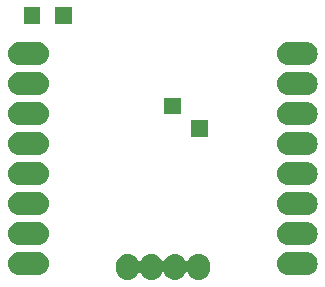
<source format=gbs>
G04 #@! TF.GenerationSoftware,KiCad,Pcbnew,(5.1.2)-1*
G04 #@! TF.CreationDate,2022-10-09T20:42:29+09:00*
G04 #@! TF.ProjectId,ble5,626c6535-2e6b-4696-9361-645f70636258,v2.1*
G04 #@! TF.SameCoordinates,Original*
G04 #@! TF.FileFunction,Soldermask,Bot*
G04 #@! TF.FilePolarity,Negative*
%FSLAX46Y46*%
G04 Gerber Fmt 4.6, Leading zero omitted, Abs format (unit mm)*
G04 Created by KiCad (PCBNEW (5.1.2)-1) date 2022-10-09 20:42:29*
%MOMM*%
%LPD*%
G04 APERTURE LIST*
%ADD10C,0.050000*%
G04 APERTURE END LIST*
D10*
G36*
X128888583Y-61413919D02*
G01*
X129069925Y-61468929D01*
X129237043Y-61558256D01*
X129383528Y-61678472D01*
X129503744Y-61824957D01*
X129593071Y-61992076D01*
X129648081Y-62173418D01*
X129662000Y-62314744D01*
X129662000Y-62685257D01*
X129648081Y-62826583D01*
X129593071Y-63007925D01*
X129503744Y-63175043D01*
X129383528Y-63321528D01*
X129237043Y-63441744D01*
X129069924Y-63531071D01*
X128888582Y-63586081D01*
X128700000Y-63604654D01*
X128511417Y-63586081D01*
X128330075Y-63531071D01*
X128162957Y-63441744D01*
X128016472Y-63321528D01*
X127896256Y-63175043D01*
X127810239Y-63014117D01*
X127796626Y-62993742D01*
X127779299Y-62976415D01*
X127758924Y-62962802D01*
X127736285Y-62953424D01*
X127712252Y-62948644D01*
X127687748Y-62948644D01*
X127663715Y-62953424D01*
X127641076Y-62962802D01*
X127620701Y-62976415D01*
X127603374Y-62993742D01*
X127589761Y-63014117D01*
X127503744Y-63175043D01*
X127383528Y-63321528D01*
X127237043Y-63441744D01*
X127069924Y-63531071D01*
X126888582Y-63586081D01*
X126700000Y-63604654D01*
X126511417Y-63586081D01*
X126330075Y-63531071D01*
X126162957Y-63441744D01*
X126016472Y-63321528D01*
X125896256Y-63175043D01*
X125810239Y-63014117D01*
X125796626Y-62993742D01*
X125779299Y-62976415D01*
X125758924Y-62962802D01*
X125736285Y-62953424D01*
X125712252Y-62948644D01*
X125687748Y-62948644D01*
X125663715Y-62953424D01*
X125641076Y-62962802D01*
X125620701Y-62976415D01*
X125603374Y-62993742D01*
X125589761Y-63014117D01*
X125503744Y-63175043D01*
X125383528Y-63321528D01*
X125237043Y-63441744D01*
X125069924Y-63531071D01*
X124888582Y-63586081D01*
X124700000Y-63604654D01*
X124511417Y-63586081D01*
X124330075Y-63531071D01*
X124162957Y-63441744D01*
X124016472Y-63321528D01*
X123896256Y-63175043D01*
X123810239Y-63014117D01*
X123796626Y-62993742D01*
X123779299Y-62976415D01*
X123758924Y-62962802D01*
X123736285Y-62953424D01*
X123712252Y-62948644D01*
X123687748Y-62948644D01*
X123663715Y-62953424D01*
X123641076Y-62962802D01*
X123620701Y-62976415D01*
X123603374Y-62993742D01*
X123589761Y-63014117D01*
X123503744Y-63175043D01*
X123383528Y-63321528D01*
X123237043Y-63441744D01*
X123069924Y-63531071D01*
X122888582Y-63586081D01*
X122700000Y-63604654D01*
X122511417Y-63586081D01*
X122330075Y-63531071D01*
X122162957Y-63441744D01*
X122016472Y-63321528D01*
X121896256Y-63175043D01*
X121806929Y-63007924D01*
X121751919Y-62826582D01*
X121738000Y-62685256D01*
X121738000Y-62314743D01*
X121751919Y-62173417D01*
X121806929Y-61992075D01*
X121896256Y-61824957D01*
X121917814Y-61798689D01*
X122016473Y-61678472D01*
X122162957Y-61558257D01*
X122162956Y-61558257D01*
X122162958Y-61558256D01*
X122330076Y-61468929D01*
X122511418Y-61413919D01*
X122700000Y-61395346D01*
X122888583Y-61413919D01*
X123069925Y-61468929D01*
X123237043Y-61558256D01*
X123383528Y-61678472D01*
X123503744Y-61824957D01*
X123589761Y-61985883D01*
X123603374Y-62006258D01*
X123620701Y-62023585D01*
X123641076Y-62037198D01*
X123663715Y-62046576D01*
X123687748Y-62051356D01*
X123712252Y-62051356D01*
X123736285Y-62046576D01*
X123758924Y-62037198D01*
X123779299Y-62023585D01*
X123796626Y-62006258D01*
X123810239Y-61985883D01*
X123896256Y-61824957D01*
X123917814Y-61798689D01*
X124016473Y-61678472D01*
X124162957Y-61558257D01*
X124162956Y-61558257D01*
X124162958Y-61558256D01*
X124330076Y-61468929D01*
X124511418Y-61413919D01*
X124700000Y-61395346D01*
X124888583Y-61413919D01*
X125069925Y-61468929D01*
X125237043Y-61558256D01*
X125383528Y-61678472D01*
X125503744Y-61824957D01*
X125589761Y-61985883D01*
X125603374Y-62006258D01*
X125620701Y-62023585D01*
X125641076Y-62037198D01*
X125663715Y-62046576D01*
X125687748Y-62051356D01*
X125712252Y-62051356D01*
X125736285Y-62046576D01*
X125758924Y-62037198D01*
X125779299Y-62023585D01*
X125796626Y-62006258D01*
X125810239Y-61985883D01*
X125896256Y-61824957D01*
X125917814Y-61798689D01*
X126016473Y-61678472D01*
X126162957Y-61558257D01*
X126162956Y-61558257D01*
X126162958Y-61558256D01*
X126330076Y-61468929D01*
X126511418Y-61413919D01*
X126700000Y-61395346D01*
X126888583Y-61413919D01*
X127069925Y-61468929D01*
X127237043Y-61558256D01*
X127383528Y-61678472D01*
X127503744Y-61824957D01*
X127589761Y-61985883D01*
X127603374Y-62006258D01*
X127620701Y-62023585D01*
X127641076Y-62037198D01*
X127663715Y-62046576D01*
X127687748Y-62051356D01*
X127712252Y-62051356D01*
X127736285Y-62046576D01*
X127758924Y-62037198D01*
X127779299Y-62023585D01*
X127796626Y-62006258D01*
X127810239Y-61985883D01*
X127896256Y-61824957D01*
X127917814Y-61798689D01*
X128016473Y-61678472D01*
X128162957Y-61558257D01*
X128162956Y-61558257D01*
X128162958Y-61558256D01*
X128330076Y-61468929D01*
X128511418Y-61413919D01*
X128700000Y-61395346D01*
X128888583Y-61413919D01*
X128888583Y-61413919D01*
G37*
G36*
X138000583Y-61281919D02*
G01*
X138181925Y-61336929D01*
X138349043Y-61426256D01*
X138495528Y-61546472D01*
X138615744Y-61692957D01*
X138705071Y-61860075D01*
X138760081Y-62041417D01*
X138778654Y-62230000D01*
X138760081Y-62418583D01*
X138705071Y-62599925D01*
X138615744Y-62767043D01*
X138495528Y-62913528D01*
X138349043Y-63033744D01*
X138181925Y-63123071D01*
X138000583Y-63178081D01*
X137859257Y-63192000D01*
X136240743Y-63192000D01*
X136099417Y-63178081D01*
X135918075Y-63123071D01*
X135750957Y-63033744D01*
X135604472Y-62913528D01*
X135484256Y-62767043D01*
X135394929Y-62599925D01*
X135339919Y-62418583D01*
X135321346Y-62230000D01*
X135339919Y-62041417D01*
X135394929Y-61860075D01*
X135484256Y-61692957D01*
X135604472Y-61546472D01*
X135750957Y-61426256D01*
X135918075Y-61336929D01*
X136099417Y-61281919D01*
X136240743Y-61268000D01*
X137859257Y-61268000D01*
X138000583Y-61281919D01*
X138000583Y-61281919D01*
G37*
G36*
X115250583Y-61281919D02*
G01*
X115431925Y-61336929D01*
X115599043Y-61426256D01*
X115745528Y-61546472D01*
X115865744Y-61692957D01*
X115955071Y-61860075D01*
X116010081Y-62041417D01*
X116028654Y-62230000D01*
X116010081Y-62418583D01*
X115955071Y-62599925D01*
X115865744Y-62767043D01*
X115745528Y-62913528D01*
X115599043Y-63033744D01*
X115431925Y-63123071D01*
X115250583Y-63178081D01*
X115109257Y-63192000D01*
X113490743Y-63192000D01*
X113349417Y-63178081D01*
X113168075Y-63123071D01*
X113000957Y-63033744D01*
X112854472Y-62913528D01*
X112734256Y-62767043D01*
X112644929Y-62599925D01*
X112589919Y-62418583D01*
X112571346Y-62230000D01*
X112589919Y-62041417D01*
X112644929Y-61860075D01*
X112734256Y-61692957D01*
X112854472Y-61546472D01*
X113000957Y-61426256D01*
X113168075Y-61336929D01*
X113349417Y-61281919D01*
X113490743Y-61268000D01*
X115109257Y-61268000D01*
X115250583Y-61281919D01*
X115250583Y-61281919D01*
G37*
G36*
X138000583Y-58741919D02*
G01*
X138181925Y-58796929D01*
X138349043Y-58886256D01*
X138495528Y-59006472D01*
X138615744Y-59152957D01*
X138705071Y-59320075D01*
X138760081Y-59501417D01*
X138778654Y-59690000D01*
X138760081Y-59878583D01*
X138705071Y-60059925D01*
X138615744Y-60227043D01*
X138495528Y-60373528D01*
X138349043Y-60493744D01*
X138181925Y-60583071D01*
X138000583Y-60638081D01*
X137859257Y-60652000D01*
X136240743Y-60652000D01*
X136099417Y-60638081D01*
X135918075Y-60583071D01*
X135750957Y-60493744D01*
X135604472Y-60373528D01*
X135484256Y-60227043D01*
X135394929Y-60059925D01*
X135339919Y-59878583D01*
X135321346Y-59690000D01*
X135339919Y-59501417D01*
X135394929Y-59320075D01*
X135484256Y-59152957D01*
X135604472Y-59006472D01*
X135750957Y-58886256D01*
X135918075Y-58796929D01*
X136099417Y-58741919D01*
X136240743Y-58728000D01*
X137859257Y-58728000D01*
X138000583Y-58741919D01*
X138000583Y-58741919D01*
G37*
G36*
X115250583Y-58741919D02*
G01*
X115431925Y-58796929D01*
X115599043Y-58886256D01*
X115745528Y-59006472D01*
X115865744Y-59152957D01*
X115955071Y-59320075D01*
X116010081Y-59501417D01*
X116028654Y-59690000D01*
X116010081Y-59878583D01*
X115955071Y-60059925D01*
X115865744Y-60227043D01*
X115745528Y-60373528D01*
X115599043Y-60493744D01*
X115431925Y-60583071D01*
X115250583Y-60638081D01*
X115109257Y-60652000D01*
X113490743Y-60652000D01*
X113349417Y-60638081D01*
X113168075Y-60583071D01*
X113000957Y-60493744D01*
X112854472Y-60373528D01*
X112734256Y-60227043D01*
X112644929Y-60059925D01*
X112589919Y-59878583D01*
X112571346Y-59690000D01*
X112589919Y-59501417D01*
X112644929Y-59320075D01*
X112734256Y-59152957D01*
X112854472Y-59006472D01*
X113000957Y-58886256D01*
X113168075Y-58796929D01*
X113349417Y-58741919D01*
X113490743Y-58728000D01*
X115109257Y-58728000D01*
X115250583Y-58741919D01*
X115250583Y-58741919D01*
G37*
G36*
X138000583Y-56201919D02*
G01*
X138181925Y-56256929D01*
X138349043Y-56346256D01*
X138495528Y-56466472D01*
X138615744Y-56612957D01*
X138705071Y-56780075D01*
X138760081Y-56961417D01*
X138778654Y-57150000D01*
X138760081Y-57338583D01*
X138705071Y-57519925D01*
X138615744Y-57687043D01*
X138495528Y-57833528D01*
X138349043Y-57953744D01*
X138181925Y-58043071D01*
X138000583Y-58098081D01*
X137859257Y-58112000D01*
X136240743Y-58112000D01*
X136099417Y-58098081D01*
X135918075Y-58043071D01*
X135750957Y-57953744D01*
X135604472Y-57833528D01*
X135484256Y-57687043D01*
X135394929Y-57519925D01*
X135339919Y-57338583D01*
X135321346Y-57150000D01*
X135339919Y-56961417D01*
X135394929Y-56780075D01*
X135484256Y-56612957D01*
X135604472Y-56466472D01*
X135750957Y-56346256D01*
X135918075Y-56256929D01*
X136099417Y-56201919D01*
X136240743Y-56188000D01*
X137859257Y-56188000D01*
X138000583Y-56201919D01*
X138000583Y-56201919D01*
G37*
G36*
X115250583Y-56201919D02*
G01*
X115431925Y-56256929D01*
X115599043Y-56346256D01*
X115745528Y-56466472D01*
X115865744Y-56612957D01*
X115955071Y-56780075D01*
X116010081Y-56961417D01*
X116028654Y-57150000D01*
X116010081Y-57338583D01*
X115955071Y-57519925D01*
X115865744Y-57687043D01*
X115745528Y-57833528D01*
X115599043Y-57953744D01*
X115431925Y-58043071D01*
X115250583Y-58098081D01*
X115109257Y-58112000D01*
X113490743Y-58112000D01*
X113349417Y-58098081D01*
X113168075Y-58043071D01*
X113000957Y-57953744D01*
X112854472Y-57833528D01*
X112734256Y-57687043D01*
X112644929Y-57519925D01*
X112589919Y-57338583D01*
X112571346Y-57150000D01*
X112589919Y-56961417D01*
X112644929Y-56780075D01*
X112734256Y-56612957D01*
X112854472Y-56466472D01*
X113000957Y-56346256D01*
X113168075Y-56256929D01*
X113349417Y-56201919D01*
X113490743Y-56188000D01*
X115109257Y-56188000D01*
X115250583Y-56201919D01*
X115250583Y-56201919D01*
G37*
G36*
X115250583Y-53661919D02*
G01*
X115431925Y-53716929D01*
X115599043Y-53806256D01*
X115745528Y-53926472D01*
X115865744Y-54072957D01*
X115955071Y-54240075D01*
X116010081Y-54421417D01*
X116028654Y-54610000D01*
X116010081Y-54798583D01*
X115955071Y-54979925D01*
X115865744Y-55147043D01*
X115745528Y-55293528D01*
X115599043Y-55413744D01*
X115431925Y-55503071D01*
X115250583Y-55558081D01*
X115109257Y-55572000D01*
X113490743Y-55572000D01*
X113349417Y-55558081D01*
X113168075Y-55503071D01*
X113000957Y-55413744D01*
X112854472Y-55293528D01*
X112734256Y-55147043D01*
X112644929Y-54979925D01*
X112589919Y-54798583D01*
X112571346Y-54610000D01*
X112589919Y-54421417D01*
X112644929Y-54240075D01*
X112734256Y-54072957D01*
X112854472Y-53926472D01*
X113000957Y-53806256D01*
X113168075Y-53716929D01*
X113349417Y-53661919D01*
X113490743Y-53648000D01*
X115109257Y-53648000D01*
X115250583Y-53661919D01*
X115250583Y-53661919D01*
G37*
G36*
X138000583Y-53661919D02*
G01*
X138181925Y-53716929D01*
X138349043Y-53806256D01*
X138495528Y-53926472D01*
X138615744Y-54072957D01*
X138705071Y-54240075D01*
X138760081Y-54421417D01*
X138778654Y-54610000D01*
X138760081Y-54798583D01*
X138705071Y-54979925D01*
X138615744Y-55147043D01*
X138495528Y-55293528D01*
X138349043Y-55413744D01*
X138181925Y-55503071D01*
X138000583Y-55558081D01*
X137859257Y-55572000D01*
X136240743Y-55572000D01*
X136099417Y-55558081D01*
X135918075Y-55503071D01*
X135750957Y-55413744D01*
X135604472Y-55293528D01*
X135484256Y-55147043D01*
X135394929Y-54979925D01*
X135339919Y-54798583D01*
X135321346Y-54610000D01*
X135339919Y-54421417D01*
X135394929Y-54240075D01*
X135484256Y-54072957D01*
X135604472Y-53926472D01*
X135750957Y-53806256D01*
X135918075Y-53716929D01*
X136099417Y-53661919D01*
X136240743Y-53648000D01*
X137859257Y-53648000D01*
X138000583Y-53661919D01*
X138000583Y-53661919D01*
G37*
G36*
X138000583Y-51121919D02*
G01*
X138181925Y-51176929D01*
X138349043Y-51266256D01*
X138495528Y-51386472D01*
X138615744Y-51532957D01*
X138705071Y-51700075D01*
X138760081Y-51881417D01*
X138778654Y-52070000D01*
X138760081Y-52258583D01*
X138705071Y-52439925D01*
X138615744Y-52607043D01*
X138495528Y-52753528D01*
X138349043Y-52873744D01*
X138181925Y-52963071D01*
X138000583Y-53018081D01*
X137859257Y-53032000D01*
X136240743Y-53032000D01*
X136099417Y-53018081D01*
X135918075Y-52963071D01*
X135750957Y-52873744D01*
X135604472Y-52753528D01*
X135484256Y-52607043D01*
X135394929Y-52439925D01*
X135339919Y-52258583D01*
X135321346Y-52070000D01*
X135339919Y-51881417D01*
X135394929Y-51700075D01*
X135484256Y-51532957D01*
X135604472Y-51386472D01*
X135750957Y-51266256D01*
X135918075Y-51176929D01*
X136099417Y-51121919D01*
X136240743Y-51108000D01*
X137859257Y-51108000D01*
X138000583Y-51121919D01*
X138000583Y-51121919D01*
G37*
G36*
X115250583Y-51121919D02*
G01*
X115431925Y-51176929D01*
X115599043Y-51266256D01*
X115745528Y-51386472D01*
X115865744Y-51532957D01*
X115955071Y-51700075D01*
X116010081Y-51881417D01*
X116028654Y-52070000D01*
X116010081Y-52258583D01*
X115955071Y-52439925D01*
X115865744Y-52607043D01*
X115745528Y-52753528D01*
X115599043Y-52873744D01*
X115431925Y-52963071D01*
X115250583Y-53018081D01*
X115109257Y-53032000D01*
X113490743Y-53032000D01*
X113349417Y-53018081D01*
X113168075Y-52963071D01*
X113000957Y-52873744D01*
X112854472Y-52753528D01*
X112734256Y-52607043D01*
X112644929Y-52439925D01*
X112589919Y-52258583D01*
X112571346Y-52070000D01*
X112589919Y-51881417D01*
X112644929Y-51700075D01*
X112734256Y-51532957D01*
X112854472Y-51386472D01*
X113000957Y-51266256D01*
X113168075Y-51176929D01*
X113349417Y-51121919D01*
X113490743Y-51108000D01*
X115109257Y-51108000D01*
X115250583Y-51121919D01*
X115250583Y-51121919D01*
G37*
G36*
X129500000Y-51500000D02*
G01*
X128100000Y-51500000D01*
X128100000Y-50100000D01*
X129500000Y-50100000D01*
X129500000Y-51500000D01*
X129500000Y-51500000D01*
G37*
G36*
X115250583Y-48581919D02*
G01*
X115431925Y-48636929D01*
X115599043Y-48726256D01*
X115745528Y-48846472D01*
X115865744Y-48992957D01*
X115955071Y-49160075D01*
X116010081Y-49341417D01*
X116028654Y-49530000D01*
X116010081Y-49718583D01*
X115955071Y-49899925D01*
X115865744Y-50067043D01*
X115745528Y-50213528D01*
X115599043Y-50333744D01*
X115431925Y-50423071D01*
X115250583Y-50478081D01*
X115109257Y-50492000D01*
X113490743Y-50492000D01*
X113349417Y-50478081D01*
X113168075Y-50423071D01*
X113000957Y-50333744D01*
X112854472Y-50213528D01*
X112734256Y-50067043D01*
X112644929Y-49899925D01*
X112589919Y-49718583D01*
X112571346Y-49530000D01*
X112589919Y-49341417D01*
X112644929Y-49160075D01*
X112734256Y-48992957D01*
X112854472Y-48846472D01*
X113000957Y-48726256D01*
X113168075Y-48636929D01*
X113349417Y-48581919D01*
X113490743Y-48568000D01*
X115109257Y-48568000D01*
X115250583Y-48581919D01*
X115250583Y-48581919D01*
G37*
G36*
X138000583Y-48581919D02*
G01*
X138181925Y-48636929D01*
X138349043Y-48726256D01*
X138495528Y-48846472D01*
X138615744Y-48992957D01*
X138705071Y-49160075D01*
X138760081Y-49341417D01*
X138778654Y-49530000D01*
X138760081Y-49718583D01*
X138705071Y-49899925D01*
X138615744Y-50067043D01*
X138495528Y-50213528D01*
X138349043Y-50333744D01*
X138181925Y-50423071D01*
X138000583Y-50478081D01*
X137859257Y-50492000D01*
X136240743Y-50492000D01*
X136099417Y-50478081D01*
X135918075Y-50423071D01*
X135750957Y-50333744D01*
X135604472Y-50213528D01*
X135484256Y-50067043D01*
X135394929Y-49899925D01*
X135339919Y-49718583D01*
X135321346Y-49530000D01*
X135339919Y-49341417D01*
X135394929Y-49160075D01*
X135484256Y-48992957D01*
X135604472Y-48846472D01*
X135750957Y-48726256D01*
X135918075Y-48636929D01*
X136099417Y-48581919D01*
X136240743Y-48568000D01*
X137859257Y-48568000D01*
X138000583Y-48581919D01*
X138000583Y-48581919D01*
G37*
G36*
X127200000Y-49600000D02*
G01*
X125800000Y-49600000D01*
X125800000Y-48200000D01*
X127200000Y-48200000D01*
X127200000Y-49600000D01*
X127200000Y-49600000D01*
G37*
G36*
X138000583Y-46041919D02*
G01*
X138181925Y-46096929D01*
X138349043Y-46186256D01*
X138495528Y-46306472D01*
X138615744Y-46452957D01*
X138705071Y-46620075D01*
X138760081Y-46801417D01*
X138778654Y-46990000D01*
X138760081Y-47178583D01*
X138705071Y-47359925D01*
X138615744Y-47527043D01*
X138495528Y-47673528D01*
X138349043Y-47793744D01*
X138181925Y-47883071D01*
X138000583Y-47938081D01*
X137859257Y-47952000D01*
X136240743Y-47952000D01*
X136099417Y-47938081D01*
X135918075Y-47883071D01*
X135750957Y-47793744D01*
X135604472Y-47673528D01*
X135484256Y-47527043D01*
X135394929Y-47359925D01*
X135339919Y-47178583D01*
X135321346Y-46990000D01*
X135339919Y-46801417D01*
X135394929Y-46620075D01*
X135484256Y-46452957D01*
X135604472Y-46306472D01*
X135750957Y-46186256D01*
X135918075Y-46096929D01*
X136099417Y-46041919D01*
X136240743Y-46028000D01*
X137859257Y-46028000D01*
X138000583Y-46041919D01*
X138000583Y-46041919D01*
G37*
G36*
X115250583Y-46041919D02*
G01*
X115431925Y-46096929D01*
X115599043Y-46186256D01*
X115745528Y-46306472D01*
X115865744Y-46452957D01*
X115955071Y-46620075D01*
X116010081Y-46801417D01*
X116028654Y-46990000D01*
X116010081Y-47178583D01*
X115955071Y-47359925D01*
X115865744Y-47527043D01*
X115745528Y-47673528D01*
X115599043Y-47793744D01*
X115431925Y-47883071D01*
X115250583Y-47938081D01*
X115109257Y-47952000D01*
X113490743Y-47952000D01*
X113349417Y-47938081D01*
X113168075Y-47883071D01*
X113000957Y-47793744D01*
X112854472Y-47673528D01*
X112734256Y-47527043D01*
X112644929Y-47359925D01*
X112589919Y-47178583D01*
X112571346Y-46990000D01*
X112589919Y-46801417D01*
X112644929Y-46620075D01*
X112734256Y-46452957D01*
X112854472Y-46306472D01*
X113000957Y-46186256D01*
X113168075Y-46096929D01*
X113349417Y-46041919D01*
X113490743Y-46028000D01*
X115109257Y-46028000D01*
X115250583Y-46041919D01*
X115250583Y-46041919D01*
G37*
G36*
X115250583Y-43501919D02*
G01*
X115431925Y-43556929D01*
X115599043Y-43646256D01*
X115745528Y-43766472D01*
X115865744Y-43912957D01*
X115955071Y-44080075D01*
X116010081Y-44261417D01*
X116028654Y-44450000D01*
X116010081Y-44638583D01*
X115955071Y-44819925D01*
X115865744Y-44987043D01*
X115745528Y-45133528D01*
X115599043Y-45253744D01*
X115431925Y-45343071D01*
X115250583Y-45398081D01*
X115109257Y-45412000D01*
X113490743Y-45412000D01*
X113349417Y-45398081D01*
X113168075Y-45343071D01*
X113000957Y-45253744D01*
X112854472Y-45133528D01*
X112734256Y-44987043D01*
X112644929Y-44819925D01*
X112589919Y-44638583D01*
X112571346Y-44450000D01*
X112589919Y-44261417D01*
X112644929Y-44080075D01*
X112734256Y-43912957D01*
X112854472Y-43766472D01*
X113000957Y-43646256D01*
X113168075Y-43556929D01*
X113349417Y-43501919D01*
X113490743Y-43488000D01*
X115109257Y-43488000D01*
X115250583Y-43501919D01*
X115250583Y-43501919D01*
G37*
G36*
X138000583Y-43501919D02*
G01*
X138181925Y-43556929D01*
X138349043Y-43646256D01*
X138495528Y-43766472D01*
X138615744Y-43912957D01*
X138705071Y-44080075D01*
X138760081Y-44261417D01*
X138778654Y-44450000D01*
X138760081Y-44638583D01*
X138705071Y-44819925D01*
X138615744Y-44987043D01*
X138495528Y-45133528D01*
X138349043Y-45253744D01*
X138181925Y-45343071D01*
X138000583Y-45398081D01*
X137859257Y-45412000D01*
X136240743Y-45412000D01*
X136099417Y-45398081D01*
X135918075Y-45343071D01*
X135750957Y-45253744D01*
X135604472Y-45133528D01*
X135484256Y-44987043D01*
X135394929Y-44819925D01*
X135339919Y-44638583D01*
X135321346Y-44450000D01*
X135339919Y-44261417D01*
X135394929Y-44080075D01*
X135484256Y-43912957D01*
X135604472Y-43766472D01*
X135750957Y-43646256D01*
X135918075Y-43556929D01*
X136099417Y-43501919D01*
X136240743Y-43488000D01*
X137859257Y-43488000D01*
X138000583Y-43501919D01*
X138000583Y-43501919D01*
G37*
G36*
X115300000Y-41900000D02*
G01*
X113900000Y-41900000D01*
X113900000Y-40500000D01*
X115300000Y-40500000D01*
X115300000Y-41900000D01*
X115300000Y-41900000D01*
G37*
G36*
X117950000Y-41900000D02*
G01*
X116550000Y-41900000D01*
X116550000Y-40500000D01*
X117950000Y-40500000D01*
X117950000Y-41900000D01*
X117950000Y-41900000D01*
G37*
M02*

</source>
